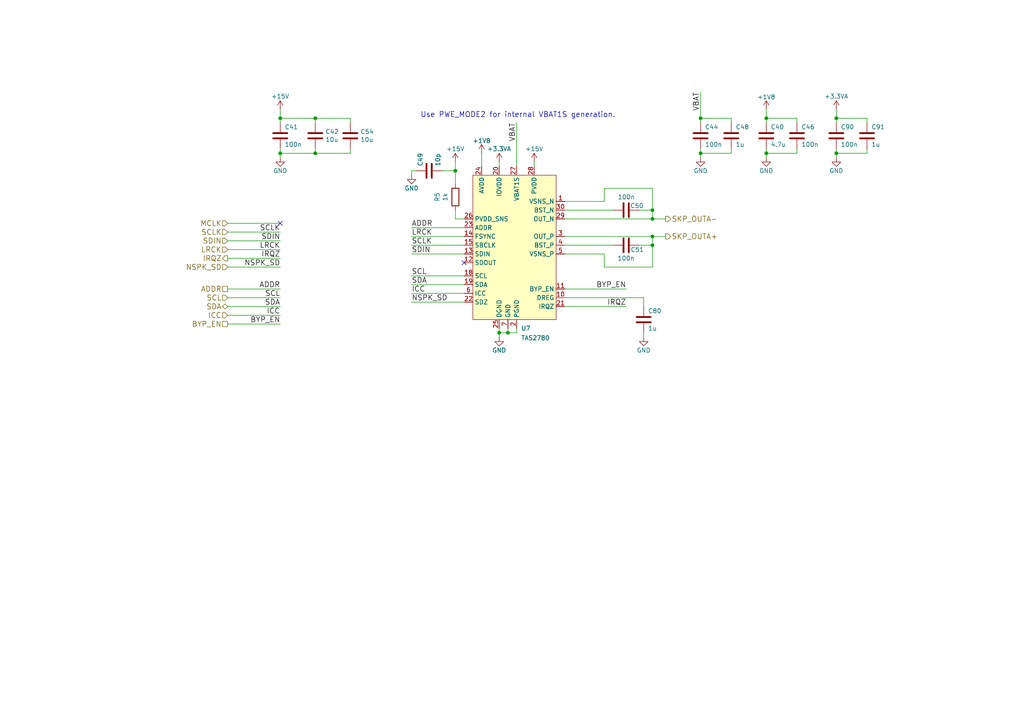
<source format=kicad_sch>
(kicad_sch (version 20211123) (generator eeschema)
  (paper "A4")
  (title_block (title "AMP") (date "2021-03-30") (rev "V0.1"))
  (lib_symbols
    (symbol "Device:C" (pin_numbers hide) (pin_names (offset 0.254))
      (property "Reference" "C" (at 0.635 2.54 0))
      (property "Value" "C" (at 0.635 -2.54 0))
      (symbol "C_0_1"
        (polyline (pts (xy -2.032 -0.762) (xy 2.032 -0.762)) (stroke (width 0.508)))
        (polyline (pts (xy -2.032 0.762) (xy 2.032 0.762)) (stroke (width 0.508)))
      )
      (symbol "C_1_1"
        (pin passive line (at 0 3.81 270) (length 2.794) (name "~") (number "1"))
        (pin passive line (at 0 -3.81 90) (length 2.794) (name "~") (number "2"))
      )
    )
    (symbol "Device:R" (pin_numbers hide) (pin_names (offset 0))
      (property "Reference" "R" (at 2.032 0 90))
      (property "Value" "R" (at 0 0 90))
      (symbol "R_0_1"
        (rectangle (start -1.016 -2.54) (end 1.016 2.54) (stroke (width 0.254)))
      )
      (symbol "R_1_1"
        (pin passive line (at 0 3.81 270) (length 1.27) (name "~") (number "1"))
        (pin passive line (at 0 -3.81 90) (length 1.27) (name "~") (number "2"))
      )
    )
    (symbol "power:+15V" (power) (pin_names (offset 0))
      (property "Value" "+15V" (at 0 3.556 0))
      (symbol "+15V_0_1"
        (polyline (pts (xy -0.762 1.27) (xy 0 2.54)))
        (polyline (pts (xy 0 0) (xy 0 2.54)))
        (polyline (pts (xy 0 2.54) (xy 0.762 1.27)))
      )
      (symbol "+15V_1_1"
        (pin power_in line (at 0 0 90) (length 0) hide (name "+15V") (number "1"))
      )
    )
    (symbol "power:+1V8" (power) (pin_names (offset 0))
      (property "Value" "+1V8" (at 0 3.556 0))
      (symbol "+1V8_0_1"
        (polyline (pts (xy -0.762 1.27) (xy 0 2.54)))
        (polyline (pts (xy 0 0) (xy 0 2.54)))
        (polyline (pts (xy 0 2.54) (xy 0.762 1.27)))
      )
      (symbol "+1V8_1_1"
        (pin power_in line (at 0 0 90) (length 0) hide (name "+1V8") (number "1"))
      )
    )
    (symbol "power:+3.3VA" (power) (pin_names (offset 0))
      (property "Value" "+3.3VA" (at 0 3.556 0))
      (symbol "+3.3VA_0_1"
        (polyline (pts (xy -0.762 1.27) (xy 0 2.54)))
        (polyline (pts (xy 0 0) (xy 0 2.54)))
        (polyline (pts (xy 0 2.54) (xy 0.762 1.27)))
      )
      (symbol "+3.3VA_1_1"
        (pin power_in line (at 0 0 90) (length 0) hide (name "+3.3VA") (number "1"))
      )
    )
    (symbol "power:GND" (power) (pin_names (offset 0))
      (property "Value" "GND" (at 0 -3.81 0))
      (symbol "GND_0_1"
        (polyline (pts (xy 0 0) (xy 0 -1.27) (xy 1.27 -1.27) (xy 0 -2.54) (xy -1.27 -1.27) (xy 0 -1.27)))
      )
      (symbol "GND_1_1"
        (pin power_in line (at 0 0 270) (length 0) hide (name "GND") (number "1"))
      )
    )
    (symbol "tas2820:TAS2780"
      (property "Reference" "U" (at 11.43 3.81 0))
      (property "Value" "TAS2780" (at 13.97 6.35 0))
      (symbol "TAS2780_0_1"
        (rectangle (start -11.43 1.27) (end 12.7 -40.64) (stroke (width 0.1524)) (fill (type background)))
      )
      (symbol "TAS2780_1_1"
        (pin input line (at 15.24 -6.35 180) (length 2.54) (name "VSNS_N") (number "1"))
        (pin power_in line (at 15.24 -34.29 180) (length 2.54) (name "DREG") (number "10"))
        (pin output line (at 15.24 -31.75 180) (length 2.54) (name "BYP_EN") (number "11"))
        (pin bidirectional line (at -13.97 -24.13 0) (length 2.54) (name "SDOUT") (number "12"))
        (pin input line (at -13.97 -21.59 0) (length 2.54) (name "SDIN") (number "13"))
        (pin input line (at -13.97 -16.51 0) (length 2.54) (name "FSYNC") (number "14"))
        (pin input line (at -13.97 -19.05 0) (length 2.54) (name "SBCLK") (number "15"))
        (pin no_connect line (at 15.24 -48.26 180) (length 2.54) hide (name "NC") (number "16"))
        (pin no_connect line (at 15.24 -50.8 180) (length 2.54) hide (name "NC") (number "17"))
        (pin input line (at -13.97 -27.94 0) (length 2.54) (name "SCL") (number "18"))
        (pin bidirectional line (at -13.97 -30.48 0) (length 2.54) (name "SDA") (number "19"))
        (pin power_in line (at 1.27 -43.18 90) (length 2.54) (name "PGND") (number "2"))
        (pin power_in line (at -3.81 3.81 270) (length 2.54) (name "IOVDD") (number "20"))
        (pin open_emitter line (at 15.24 -36.83 180) (length 2.54) (name "IRQZ") (number "21"))
        (pin input line (at -13.97 -35.56 0) (length 2.54) (name "SDZ") (number "22"))
        (pin input line (at -13.97 -13.97 0) (length 2.54) (name "ADDR") (number "23"))
        (pin power_in line (at -8.89 3.81 270) (length 2.54) (name "AVDD") (number "24"))
        (pin power_in line (at -3.81 -43.18 90) (length 2.54) (name "DGND") (number "25"))
        (pin input line (at -13.97 -11.43 0) (length 2.54) (name "PVDD_SNS") (number "26"))
        (pin power_in line (at 1.27 3.81 270) (length 2.54) (name "VBAT1S") (number "27"))
        (pin power_in line (at 6.35 3.81 270) (length 2.54) (name "PVDD") (number "28"))
        (pin output line (at 15.24 -11.43 180) (length 2.54) (name "OUT_N") (number "29"))
        (pin output line (at 15.24 -16.51 180) (length 2.54) (name "OUT_P") (number "3"))
        (pin power_in line (at 15.24 -8.89 180) (length 2.54) (name "BST_N") (number "30"))
        (pin power_in line (at 15.24 -19.05 180) (length 2.54) (name "BST_P") (number "4"))
        (pin input line (at 15.24 -21.59 180) (length 2.54) (name "VSNS_P") (number "5"))
        (pin bidirectional line (at -13.97 -33.02 0) (length 2.54) (name "ICC") (number "6"))
        (pin power_in line (at -1.27 -43.18 90) (length 2.54) (name "GND") (number "7"))
        (pin no_connect line (at 15.24 -43.18 180) (length 2.54) hide (name "NC") (number "8"))
        (pin no_connect line (at 15.24 -45.72 180) (length 2.54) hide (name "NC") (number "9"))
      )
    )
  )
  (junction (at 91.44 34.29))
  (junction (at 189.23 63.5))
  (junction (at 242.57 44.45))
  (junction (at 189.23 71.12))
  (junction (at 81.28 44.45))
  (junction (at 189.23 68.58))
  (junction (at 222.25 44.45))
  (junction (at 203.2 44.45))
  (junction (at 203.2 34.29))
  (junction (at 144.78 96.52))
  (junction (at 132.08 49.53))
  (junction (at 91.44 44.45))
  (junction (at 189.23 60.96))
  (junction (at 242.57 34.29))
  (junction (at 81.28 34.29))
  (junction (at 147.32 96.52))
  (junction (at 222.25 34.29))
  (no_connect (at 81.28 64.77))
  (no_connect (at 134.62 76.2))
  (wire (pts (xy 132.08 60.96) (xy 132.08 63.5)))
  (wire (pts (xy 149.86 95.25) (xy 149.86 96.52)))
  (wire (pts (xy 149.86 96.52) (xy 147.32 96.52)))
  (wire (pts (xy 132.08 49.53) (xy 132.08 53.34)))
  (wire (pts (xy 66.04 72.39) (xy 81.28 72.39)))
  (wire (pts (xy 81.28 88.9) (xy 66.04 88.9)))
  (wire (pts (xy 175.26 58.42) (xy 175.26 54.61)))
  (wire (pts (xy 147.32 96.52) (xy 144.78 96.52)))
  (wire (pts (xy 189.23 71.12) (xy 189.23 68.58)))
  (wire (pts (xy 134.62 63.5) (xy 132.08 63.5)))
  (wire (pts (xy 144.78 46.99) (xy 144.78 48.26)))
  (wire (pts (xy 222.25 34.29) (xy 231.14 34.29)))
  (wire (pts (xy 120.65 49.53) (xy 119.38 49.53)))
  (wire (pts (xy 203.2 34.29) (xy 203.2 35.56)))
  (wire (pts (xy 66.04 67.31) (xy 81.28 67.31)))
  (wire (pts (xy 203.2 44.45) (xy 203.2 45.72)))
  (wire (pts (xy 149.86 35.56) (xy 149.86 48.26)))
  (wire (pts (xy 119.38 71.12) (xy 134.62 71.12)))
  (wire (pts (xy 81.28 91.44) (xy 66.04 91.44)))
  (wire (pts (xy 203.2 26.67) (xy 203.2 34.29)))
  (wire (pts (xy 101.6 35.56) (xy 101.6 34.29)))
  (wire (pts (xy 81.28 86.36) (xy 66.04 86.36)))
  (wire (pts (xy 81.28 93.98) (xy 66.04 93.98)))
  (wire (pts (xy 186.69 86.36) (xy 186.69 88.9)))
  (wire (pts (xy 66.04 64.77) (xy 81.28 64.77)))
  (wire (pts (xy 132.08 46.99) (xy 132.08 49.53)))
  (wire (pts (xy 81.28 44.45) (xy 81.28 45.72)))
  (wire (pts (xy 189.23 68.58) (xy 193.04 68.58)))
  (wire (pts (xy 163.83 63.5) (xy 189.23 63.5)))
  (wire (pts (xy 222.25 44.45) (xy 222.25 45.72)))
  (wire (pts (xy 175.26 54.61) (xy 189.23 54.61)))
  (wire (pts (xy 242.57 44.45) (xy 242.57 45.72)))
  (wire (pts (xy 144.78 95.25) (xy 144.78 96.52)))
  (wire (pts (xy 231.14 35.56) (xy 231.14 34.29)))
  (wire (pts (xy 185.42 71.12) (xy 189.23 71.12)))
  (wire (pts (xy 134.62 66.04) (xy 119.38 66.04)))
  (wire (pts (xy 242.57 34.29) (xy 251.46 34.29)))
  (wire (pts (xy 91.44 34.29) (xy 91.44 35.56)))
  (wire (pts (xy 189.23 77.47) (xy 189.23 71.12)))
  (wire (pts (xy 222.25 34.29) (xy 222.25 35.56)))
  (wire (pts (xy 163.83 73.66) (xy 175.26 73.66)))
  (wire (pts (xy 203.2 34.29) (xy 212.09 34.29)))
  (wire (pts (xy 251.46 35.56) (xy 251.46 34.29)))
  (wire (pts (xy 222.25 44.45) (xy 231.14 44.45)))
  (wire (pts (xy 91.44 43.18) (xy 91.44 44.45)))
  (wire (pts (xy 66.04 74.93) (xy 81.28 74.93)))
  (wire (pts (xy 154.94 46.99) (xy 154.94 48.26)))
  (wire (pts (xy 119.38 80.01) (xy 134.62 80.01)))
  (wire (pts (xy 231.14 43.18) (xy 231.14 44.45)))
  (wire (pts (xy 242.57 44.45) (xy 251.46 44.45)))
  (wire (pts (xy 91.44 44.45) (xy 101.6 44.45)))
  (wire (pts (xy 212.09 43.18) (xy 212.09 44.45)))
  (wire (pts (xy 163.83 60.96) (xy 177.8 60.96)))
  (wire (pts (xy 91.44 34.29) (xy 81.28 34.29)))
  (wire (pts (xy 81.28 44.45) (xy 91.44 44.45)))
  (wire (pts (xy 119.38 68.58) (xy 134.62 68.58)))
  (wire (pts (xy 203.2 44.45) (xy 212.09 44.45)))
  (wire (pts (xy 119.38 49.53) (xy 119.38 50.8)))
  (wire (pts (xy 203.2 43.18) (xy 203.2 44.45)))
  (wire (pts (xy 251.46 43.18) (xy 251.46 44.45)))
  (wire (pts (xy 139.7 44.45) (xy 139.7 48.26)))
  (wire (pts (xy 222.25 43.18) (xy 222.25 44.45)))
  (wire (pts (xy 163.83 88.9) (xy 181.61 88.9)))
  (wire (pts (xy 242.57 34.29) (xy 242.57 35.56)))
  (wire (pts (xy 212.09 35.56) (xy 212.09 34.29)))
  (wire (pts (xy 119.38 82.55) (xy 134.62 82.55)))
  (wire (pts (xy 81.28 77.47) (xy 66.04 77.47)))
  (wire (pts (xy 163.83 86.36) (xy 186.69 86.36)))
  (wire (pts (xy 189.23 54.61) (xy 189.23 60.96)))
  (wire (pts (xy 242.57 43.18) (xy 242.57 44.45)))
  (wire (pts (xy 66.04 69.85) (xy 81.28 69.85)))
  (wire (pts (xy 189.23 63.5) (xy 193.04 63.5)))
  (wire (pts (xy 185.42 60.96) (xy 189.23 60.96)))
  (wire (pts (xy 242.57 31.75) (xy 242.57 34.29)))
  (wire (pts (xy 81.28 31.75) (xy 81.28 34.29)))
  (wire (pts (xy 147.32 95.25) (xy 147.32 96.52)))
  (wire (pts (xy 81.28 35.56) (xy 81.28 34.29)))
  (wire (pts (xy 144.78 96.52) (xy 144.78 97.79)))
  (wire (pts (xy 163.83 71.12) (xy 177.8 71.12)))
  (wire (pts (xy 189.23 60.96) (xy 189.23 63.5)))
  (wire (pts (xy 119.38 87.63) (xy 134.62 87.63)))
  (wire (pts (xy 101.6 43.18) (xy 101.6 44.45)))
  (wire (pts (xy 163.83 68.58) (xy 189.23 68.58)))
  (wire (pts (xy 119.38 85.09) (xy 134.62 85.09)))
  (wire (pts (xy 119.38 73.66) (xy 134.62 73.66)))
  (wire (pts (xy 175.26 73.66) (xy 175.26 77.47)))
  (wire (pts (xy 163.83 58.42) (xy 175.26 58.42)))
  (wire (pts (xy 128.27 49.53) (xy 132.08 49.53)))
  (wire (pts (xy 175.26 77.47) (xy 189.23 77.47)))
  (wire (pts (xy 66.04 83.82) (xy 81.28 83.82)))
  (wire (pts (xy 222.25 31.75) (xy 222.25 34.29)))
  (wire (pts (xy 186.69 96.52) (xy 186.69 97.79)))
  (wire (pts (xy 91.44 34.29) (xy 101.6 34.29)))
  (wire (pts (xy 163.83 83.82) (xy 181.61 83.82)))
  (wire (pts (xy 81.28 43.18) (xy 81.28 44.45)))
  (text "Use PWE_MODE2 for internal VBAT1S generation." (at 121.92 34.29 0) (effects (font (size 1.524 1.524)) (justify left bottom)))
  (label "SDIN" (at 119.38 73.66 0) (effects (font (size 1.524 1.524))))
  (label "NSPK_SD" (at 119.38 87.63 0) (effects (font (size 1.524 1.524))))
  (label "ADDR" (at 119.38 66.04 0) (effects (font (size 1.524 1.524))))
  (label "ADDR" (at 81.28 83.82 180) (effects (font (size 1.524 1.524))))
  (label "SCLK" (at 119.38 71.12 0) (effects (font (size 1.524 1.524))))
  (label "LRCK" (at 119.38 68.58 0) (effects (font (size 1.524 1.524))))
  (label "SDA" (at 81.28 88.9 180) (effects (font (size 1.524 1.524))))
  (label "ICC" (at 119.38 85.09 0) (effects (font (size 1.524 1.524))))
  (label "SCLK" (at 81.28 67.31 180) (effects (font (size 1.524 1.524))))
  (label "BYP_EN" (at 81.28 93.98 180) (effects (font (size 1.524 1.524))))
  (label "SDA" (at 119.38 82.55 0) (effects (font (size 1.524 1.524))))
  (label "IRQZ" (at 181.61 88.9 180) (effects (font (size 1.524 1.524))))
  (label "SDIN" (at 81.28 69.85 180) (effects (font (size 1.524 1.524))))
  (label "VBAT" (at 203.2 26.67 270) (effects (font (size 1.524 1.524))))
  (label "IRQZ" (at 81.28 74.93 180) (effects (font (size 1.524 1.524))))
  (label "BYP_EN" (at 181.61 83.82 180) (effects (font (size 1.524 1.524))))
  (label "SCL" (at 81.28 86.36 180) (effects (font (size 1.524 1.524))))
  (label "LRCK" (at 81.28 72.39 180) (effects (font (size 1.524 1.524))))
  (label "NSPK_SD" (at 81.28 77.47 180) (effects (font (size 1.524 1.524))))
  (label "SCL" (at 119.38 80.01 0) (effects (font (size 1.524 1.524))))
  (label "ICC" (at 81.28 91.44 180) (effects (font (size 1.524 1.524))))
  (label "VBAT" (at 149.86 35.56 270) (effects (font (size 1.524 1.524))))
  (hierarchical_label "SKP_OUTA-" (shape output) (at 193.04 63.5 0) (effects (font (size 1.524 1.524))))
  (hierarchical_label "BYP_EN" (shape passive) (at 66.04 93.98 180) (effects (font (size 1.524 1.524))))
  (hierarchical_label "SCL" (shape input) (at 66.04 86.36 180) (effects (font (size 1.524 1.524))))
  (hierarchical_label "SDIN" (shape input) (at 66.04 69.85 180) (effects (font (size 1.524 1.524))))
  (hierarchical_label "MCLK" (shape input) (at 66.04 64.77 180) (effects (font (size 1.524 1.524))))
  (hierarchical_label "SDA" (shape bidirectional) (at 66.04 88.9 180) (effects (font (size 1.524 1.524))))
  (hierarchical_label "NSPK_SD" (shape input) (at 66.04 77.47 180) (effects (font (size 1.524 1.524))))
  (hierarchical_label "ADDR" (shape passive) (at 66.04 83.82 180) (effects (font (size 1.524 1.524))))
  (hierarchical_label "LRCK" (shape input) (at 66.04 72.39 180) (effects (font (size 1.524 1.524))))
  (hierarchical_label "IRQZ" (shape output) (at 66.04 74.93 180) (effects (font (size 1.524 1.524))))
  (hierarchical_label "SCLK" (shape input) (at 66.04 67.31 180) (effects (font (size 1.524 1.524))))
  (hierarchical_label "SKP_OUTA+" (shape output) (at 193.04 68.58 0) (effects (font (size 1.524 1.524))))
  (hierarchical_label "ICC" (shape input) (at 66.04 91.44 180) (effects (font (size 1.524 1.524))))
  (symbol (lib_id "Device:C") (at 81.28 39.37 0)
    (property "Reference" "C41" (at 82.55 36.83 0) (effects (justify left)))
    (property "Value" "100n" (at 82.55 41.91 0) (effects (justify left)))
    (property "Footprint" "Capacitor_SMD:C_0402_1005Metric" (effects hide))
    (property "Mfr.Nr." "GRM188R71H104KA93D" (effects hide))
  )
  (symbol (lib_id "power:GND") (at 81.28 45.72 0)
    (property "Reference" "#PWR0185" (effects hide))
    (property "Value" "GND" (at 81.28 49.53 0))
  )
  (symbol (lib_id "power:+15V") (at 132.08 46.99 0)
    (property "Reference" "#PWR0187" (effects hide))
    (property "Value" "+15V" (at 132.08 43.18 0))
  )
  (symbol (lib_id "power:+1V8") (at 139.7 44.45 0)
    (property "Reference" "#PWR0188" (effects hide))
    (property "Value" "+1V8" (at 139.7 40.8455 0))
  )
  (symbol (lib_id "tas2820:TAS2780") (at 148.59 52.07 0)
    (property "Reference" "U7" (at 151.13 95.25 0) (effects (justify left)))
    (property "Value" "TAS2780" (at 151.13 98.0251 0) (effects (justify left)))
    (property "Footprint" "TI-QFN:TI-30-Pin-HR-QFN" (effects hide))
  )
  (symbol (lib_id "power:GND") (at 119.38 50.8 0)
    (property "Reference" "#PWR0183" (effects hide))
    (property "Value" "GND" (at 119.38 54.61 0))
  )
  (symbol (lib_id "Device:C") (at 124.46 49.53 90)
    (property "Reference" "C49" (at 121.92 48.26 0) (effects (justify left)))
    (property "Value" "10p" (at 127 48.26 0) (effects (justify left)))
    (property "Footprint" "Capacitor_SMD:C_0402_1005Metric" (effects hide))
    (property "Mfr.Nr." "GRM188R71H104KA93D" (effects hide))
  )
  (symbol (lib_id "Device:C") (at 231.14 39.37 0)
    (property "Reference" "C46" (at 232.41 36.83 0) (effects (justify left)))
    (property "Value" "100n" (at 232.41 41.91 0) (effects (justify left)))
    (property "Footprint" "Capacitor_SMD:C_0402_1005Metric" (effects hide))
    (property "Mfr.Nr." "GRM188R71H104KA93D" (effects hide))
  )
  (symbol (lib_id "Device:R") (at 132.08 57.15 0)
    (property "Reference" "R5" (at 126.8222 57.15 90))
    (property "Value" "1k" (at 129.1336 57.15 90))
    (property "Footprint" "Resistor_SMD:R_0402_1005Metric" (effects hide))
  )
  (symbol (lib_id "Device:C") (at 251.46 39.37 0)
    (property "Reference" "C91" (at 252.73 36.83 0) (effects (justify left)))
    (property "Value" "1u" (at 252.73 41.91 0) (effects (justify left)))
    (property "Footprint" "Capacitor_SMD:C_0603_1608Metric" (effects hide))
    (property "Mfr.Nr." "GRM188R71H104KA93D" (effects hide))
  )
  (symbol (lib_id "power:GND") (at 186.69 97.79 0)
    (property "Reference" "#PWR0208" (effects hide))
    (property "Value" "GND" (at 186.69 101.6 0))
  )
  (symbol (lib_id "Device:C") (at 186.69 92.71 0)
    (property "Reference" "C80" (at 187.96 90.17 0) (effects (justify left)))
    (property "Value" "1u" (at 187.96 95.25 0) (effects (justify left)))
    (property "Footprint" "Capacitor_SMD:C_0603_1608Metric" (effects hide))
    (property "Mfr.Nr." "GRM188R71H104KA93D" (effects hide))
  )
  (symbol (lib_id "power:+15V") (at 81.28 31.75 0)
    (property "Reference" "#PWR0186" (effects hide))
    (property "Value" "+15V" (at 81.28 27.94 0))
  )
  (symbol (lib_id "Device:C") (at 181.61 71.12 270)
    (property "Reference" "C51" (at 182.88 72.39 90) (effects (justify left)))
    (property "Value" "100n" (at 179.07 74.93 90) (effects (justify left)))
    (property "Footprint" "Capacitor_SMD:C_0402_1005Metric" (effects hide))
    (property "Mfr.Nr." "GRM188R71H104KA93D" (effects hide))
  )
  (symbol (lib_id "Device:C") (at 203.2 39.37 0)
    (property "Reference" "C44" (at 204.47 36.83 0) (effects (justify left)))
    (property "Value" "100n" (at 204.47 41.91 0) (effects (justify left)))
    (property "Footprint" "Capacitor_SMD:C_0402_1005Metric" (effects hide))
    (property "Mfr.Nr." "GRM188R71H104KA93D" (effects hide))
  )
  (symbol (lib_id "Device:C") (at 101.6 39.37 0)
    (property "Reference" "C54" (at 104.521 38.2016 0) (effects (justify left)))
    (property "Value" "10u" (at 104.521 40.513 0) (effects (justify left)))
    (property "Footprint" "Capacitor_SMD:C_1206_3216Metric" (effects hide))
  )
  (symbol (lib_id "power:+3.3VA") (at 144.78 46.99 0)
    (property "Reference" "#PWR0190" (effects hide))
    (property "Value" "+3.3VA" (at 144.78 43.18 0))
  )
  (symbol (lib_id "power:GND") (at 203.2 45.72 0)
    (property "Reference" "#PWR0181" (effects hide))
    (property "Value" "GND" (at 203.2 49.53 0))
  )
  (symbol (lib_id "power:+1V8") (at 222.25 31.75 0)
    (property "Reference" "#PWR0200" (effects hide))
    (property "Value" "+1V8" (at 222.25 28.1455 0))
  )
  (symbol (lib_id "Device:C") (at 222.25 39.37 0)
    (property "Reference" "C40" (at 223.52 36.83 0) (effects (justify left)))
    (property "Value" "4.7u" (at 223.52 41.91 0) (effects (justify left)))
    (property "Footprint" "Capacitor_SMD:C_0805_2012Metric" (effects hide))
    (property "Mfr.Nr." "GRM31CR71H475KA12L" (effects hide))
  )
  (symbol (lib_id "power:GND") (at 222.25 45.72 0)
    (property "Reference" "#PWR0199" (effects hide))
    (property "Value" "GND" (at 222.25 49.53 0))
  )
  (symbol (lib_id "Device:C") (at 212.09 39.37 0)
    (property "Reference" "C48" (at 213.36 36.83 0) (effects (justify left)))
    (property "Value" "1u" (at 213.36 41.91 0) (effects (justify left)))
    (property "Footprint" "Capacitor_SMD:C_0603_1608Metric" (effects hide))
    (property "Mfr.Nr." "GRM188R71H104KA93D" (effects hide))
  )
  (symbol (lib_id "Device:C") (at 91.44 39.37 0)
    (property "Reference" "C42" (at 94.361 38.2016 0) (effects (justify left)))
    (property "Value" "10u" (at 94.361 40.513 0) (effects (justify left)))
    (property "Footprint" "Capacitor_SMD:C_1206_3216Metric" (effects hide))
  )
  (symbol (lib_id "power:+15V") (at 154.94 46.99 0)
    (property "Reference" "#PWR0184" (effects hide))
    (property "Value" "+15V" (at 154.94 43.18 0))
  )
  (symbol (lib_id "power:GND") (at 242.57 45.72 0)
    (property "Reference" "#PWR0216" (effects hide))
    (property "Value" "GND" (at 242.57 49.53 0))
  )
  (symbol (lib_id "Device:C") (at 242.57 39.37 0)
    (property "Reference" "C90" (at 243.84 36.83 0) (effects (justify left)))
    (property "Value" "100n" (at 243.84 41.91 0) (effects (justify left)))
    (property "Footprint" "Capacitor_SMD:C_0402_1005Metric" (effects hide))
    (property "Mfr.Nr." "GRM188R71H104KA93D" (effects hide))
  )
  (symbol (lib_id "power:GND") (at 144.78 97.79 0)
    (property "Reference" "#PWR0182" (effects hide))
    (property "Value" "GND" (at 144.78 101.6 0))
  )
  (symbol (lib_id "power:+3.3VA") (at 242.57 31.75 0)
    (property "Reference" "#PWR0215" (effects hide))
    (property "Value" "+3.3VA" (at 242.57 27.94 0))
  )
  (symbol (lib_id "Device:C") (at 181.61 60.96 90)
    (property "Reference" "C50" (at 186.69 59.69 90) (effects (justify left)))
    (property "Value" "100n" (at 184.15 57.15 90) (effects (justify left)))
    (property "Footprint" "Capacitor_SMD:C_0402_1005Metric" (effects hide))
    (property "Mfr.Nr." "GRM188R71H104KA93D" (effects hide))
  )
)
</source>
